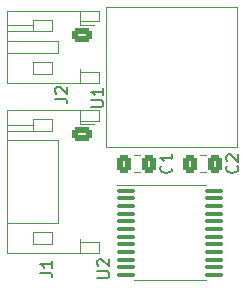
<source format=gbr>
%TF.GenerationSoftware,KiCad,Pcbnew,(6.0.1)*%
%TF.CreationDate,2022-07-01T15:08:56-07:00*%
%TF.ProjectId,mu100-dit,6d753130-302d-4646-9974-2e6b69636164,rev?*%
%TF.SameCoordinates,Original*%
%TF.FileFunction,Legend,Top*%
%TF.FilePolarity,Positive*%
%FSLAX46Y46*%
G04 Gerber Fmt 4.6, Leading zero omitted, Abs format (unit mm)*
G04 Created by KiCad (PCBNEW (6.0.1)) date 2022-07-01 15:08:56*
%MOMM*%
%LPD*%
G01*
G04 APERTURE LIST*
G04 Aperture macros list*
%AMRoundRect*
0 Rectangle with rounded corners*
0 $1 Rounding radius*
0 $2 $3 $4 $5 $6 $7 $8 $9 X,Y pos of 4 corners*
0 Add a 4 corners polygon primitive as box body*
4,1,4,$2,$3,$4,$5,$6,$7,$8,$9,$2,$3,0*
0 Add four circle primitives for the rounded corners*
1,1,$1+$1,$2,$3*
1,1,$1+$1,$4,$5*
1,1,$1+$1,$6,$7*
1,1,$1+$1,$8,$9*
0 Add four rect primitives between the rounded corners*
20,1,$1+$1,$2,$3,$4,$5,0*
20,1,$1+$1,$4,$5,$6,$7,0*
20,1,$1+$1,$6,$7,$8,$9,0*
20,1,$1+$1,$8,$9,$2,$3,0*%
G04 Aperture macros list end*
%ADD10C,0.150000*%
%ADD11C,0.120000*%
%ADD12C,0.050000*%
%ADD13RoundRect,0.100000X-0.637500X-0.100000X0.637500X-0.100000X0.637500X0.100000X-0.637500X0.100000X0*%
%ADD14C,3.200000*%
%ADD15C,1.524000*%
%ADD16RoundRect,0.250000X-0.625000X0.350000X-0.625000X-0.350000X0.625000X-0.350000X0.625000X0.350000X0*%
%ADD17O,1.750000X1.200000*%
%ADD18RoundRect,0.250000X-0.337500X-0.475000X0.337500X-0.475000X0.337500X0.475000X-0.337500X0.475000X0*%
%ADD19RoundRect,0.250000X0.337500X0.475000X-0.337500X0.475000X-0.337500X-0.475000X0.337500X-0.475000X0*%
%ADD20C,0.800000*%
G04 APERTURE END LIST*
D10*
%TO.C,U2*%
X49236380Y-116839904D02*
X50045904Y-116839904D01*
X50141142Y-116792285D01*
X50188761Y-116744666D01*
X50236380Y-116649428D01*
X50236380Y-116458952D01*
X50188761Y-116363714D01*
X50141142Y-116316095D01*
X50045904Y-116268476D01*
X49236380Y-116268476D01*
X49331619Y-115839904D02*
X49284000Y-115792285D01*
X49236380Y-115697047D01*
X49236380Y-115458952D01*
X49284000Y-115363714D01*
X49331619Y-115316095D01*
X49426857Y-115268476D01*
X49522095Y-115268476D01*
X49664952Y-115316095D01*
X50236380Y-115887523D01*
X50236380Y-115268476D01*
%TO.C,U1*%
X48728380Y-102361904D02*
X49537904Y-102361904D01*
X49633142Y-102314285D01*
X49680761Y-102266666D01*
X49728380Y-102171428D01*
X49728380Y-101980952D01*
X49680761Y-101885714D01*
X49633142Y-101838095D01*
X49537904Y-101790476D01*
X48728380Y-101790476D01*
X49728380Y-100790476D02*
X49728380Y-101361904D01*
X49728380Y-101076190D02*
X48728380Y-101076190D01*
X48871238Y-101171428D01*
X48966476Y-101266666D01*
X49014095Y-101361904D01*
%TO.C,J2*%
X45680380Y-101679333D02*
X46394666Y-101679333D01*
X46537523Y-101726952D01*
X46632761Y-101822190D01*
X46680380Y-101965047D01*
X46680380Y-102060285D01*
X45775619Y-101250761D02*
X45728000Y-101203142D01*
X45680380Y-101107904D01*
X45680380Y-100869809D01*
X45728000Y-100774571D01*
X45775619Y-100726952D01*
X45870857Y-100679333D01*
X45966095Y-100679333D01*
X46108952Y-100726952D01*
X46680380Y-101298380D01*
X46680380Y-100679333D01*
%TO.C,C2*%
X61063142Y-107354666D02*
X61110761Y-107402285D01*
X61158380Y-107545142D01*
X61158380Y-107640380D01*
X61110761Y-107783238D01*
X61015523Y-107878476D01*
X60920285Y-107926095D01*
X60729809Y-107973714D01*
X60586952Y-107973714D01*
X60396476Y-107926095D01*
X60301238Y-107878476D01*
X60206000Y-107783238D01*
X60158380Y-107640380D01*
X60158380Y-107545142D01*
X60206000Y-107402285D01*
X60253619Y-107354666D01*
X60253619Y-106973714D02*
X60206000Y-106926095D01*
X60158380Y-106830857D01*
X60158380Y-106592761D01*
X60206000Y-106497523D01*
X60253619Y-106449904D01*
X60348857Y-106402285D01*
X60444095Y-106402285D01*
X60586952Y-106449904D01*
X61158380Y-107021333D01*
X61158380Y-106402285D01*
%TO.C,J1*%
X44410380Y-116411333D02*
X45124666Y-116411333D01*
X45267523Y-116458952D01*
X45362761Y-116554190D01*
X45410380Y-116697047D01*
X45410380Y-116792285D01*
X45410380Y-115411333D02*
X45410380Y-115982761D01*
X45410380Y-115697047D02*
X44410380Y-115697047D01*
X44553238Y-115792285D01*
X44648476Y-115887523D01*
X44696095Y-115982761D01*
%TO.C,C1*%
X55475142Y-107354666D02*
X55522761Y-107402285D01*
X55570380Y-107545142D01*
X55570380Y-107640380D01*
X55522761Y-107783238D01*
X55427523Y-107878476D01*
X55332285Y-107926095D01*
X55141809Y-107973714D01*
X54998952Y-107973714D01*
X54808476Y-107926095D01*
X54713238Y-107878476D01*
X54618000Y-107783238D01*
X54570380Y-107640380D01*
X54570380Y-107545142D01*
X54618000Y-107402285D01*
X54665619Y-107354666D01*
X55570380Y-106402285D02*
X55570380Y-106973714D01*
X55570380Y-106688000D02*
X54570380Y-106688000D01*
X54713238Y-106783238D01*
X54808476Y-106878476D01*
X54856095Y-106973714D01*
D11*
%TO.C,U2*%
X55372000Y-117071427D02*
X52322000Y-117071427D01*
X55372000Y-117071427D02*
X58422000Y-117071427D01*
X55372000Y-109001427D02*
X58422000Y-109001427D01*
X55372000Y-109001427D02*
X50922000Y-109001427D01*
D12*
%TO.C,U1*%
X61050000Y-93950000D02*
X49950000Y-93950000D01*
X49950000Y-93950000D02*
X49950000Y-105750000D01*
X49950000Y-105750000D02*
X61050000Y-105750000D01*
X61050000Y-105750000D02*
X61050000Y-93950000D01*
D11*
%TO.C,J2*%
X43816000Y-98582000D02*
X45416000Y-98582000D01*
X45416000Y-98582000D02*
X45416000Y-99582000D01*
X49376000Y-95142000D02*
X49376000Y-94222000D01*
X45416000Y-94982000D02*
X43816000Y-94982000D01*
X47776000Y-94222000D02*
X47776000Y-95142000D01*
X49376000Y-99422000D02*
X47776000Y-99422000D01*
X49376000Y-94222000D02*
X41556000Y-94222000D01*
X41556000Y-96782000D02*
X45916000Y-96782000D01*
X45416000Y-95982000D02*
X45416000Y-94982000D01*
X47776000Y-95422000D02*
X48991000Y-95422000D01*
X43816000Y-95482000D02*
X41556000Y-95482000D01*
X45916000Y-96782000D02*
X45916000Y-97782000D01*
X41556000Y-100342000D02*
X49376000Y-100342000D01*
X47776000Y-100342000D02*
X47776000Y-99422000D01*
X45416000Y-99582000D02*
X43816000Y-99582000D01*
X41556000Y-94222000D02*
X41556000Y-100342000D01*
X49376000Y-100342000D02*
X49376000Y-99422000D01*
X45916000Y-97782000D02*
X41556000Y-97782000D01*
X43816000Y-99582000D02*
X43816000Y-98582000D01*
X43816000Y-95982000D02*
X45416000Y-95982000D01*
X47776000Y-95422000D02*
X47776000Y-95142000D01*
X47776000Y-99422000D02*
X47776000Y-99142000D01*
X43816000Y-94982000D02*
X43816000Y-95982000D01*
X47776000Y-95142000D02*
X49376000Y-95142000D01*
X43816000Y-95982000D02*
X41556000Y-95982000D01*
%TO.C,C2*%
X57904748Y-106453000D02*
X58427252Y-106453000D01*
X57904748Y-107923000D02*
X58427252Y-107923000D01*
%TO.C,J1*%
X45416000Y-113012000D02*
X45416000Y-114012000D01*
X45416000Y-103412000D02*
X43816000Y-103412000D01*
X45916000Y-112212000D02*
X41556000Y-112212000D01*
X45916000Y-105212000D02*
X45916000Y-112212000D01*
X47776000Y-103852000D02*
X47776000Y-103572000D01*
X49376000Y-114772000D02*
X49376000Y-113852000D01*
X49376000Y-103572000D02*
X49376000Y-102652000D01*
X43816000Y-113012000D02*
X45416000Y-113012000D01*
X43816000Y-103912000D02*
X41556000Y-103912000D01*
X43816000Y-114012000D02*
X43816000Y-113012000D01*
X47776000Y-102652000D02*
X47776000Y-103572000D01*
X47776000Y-114772000D02*
X47776000Y-113852000D01*
X49376000Y-102652000D02*
X41556000Y-102652000D01*
X43816000Y-103412000D02*
X43816000Y-104412000D01*
X45416000Y-104412000D02*
X45416000Y-103412000D01*
X41556000Y-102652000D02*
X41556000Y-114772000D01*
X47776000Y-113852000D02*
X47776000Y-113572000D01*
X43816000Y-104412000D02*
X41556000Y-104412000D01*
X41556000Y-114772000D02*
X49376000Y-114772000D01*
X47776000Y-103572000D02*
X49376000Y-103572000D01*
X45416000Y-114012000D02*
X43816000Y-114012000D01*
X41556000Y-105212000D02*
X45916000Y-105212000D01*
X43816000Y-104412000D02*
X45416000Y-104412000D01*
X47776000Y-103852000D02*
X48991000Y-103852000D01*
X49376000Y-113852000D02*
X47776000Y-113852000D01*
%TO.C,C1*%
X52839252Y-107923000D02*
X52316748Y-107923000D01*
X52839252Y-106453000D02*
X52316748Y-106453000D01*
%TD*%
%LPC*%
D13*
%TO.C,U2*%
X51659500Y-109461427D03*
X51659500Y-110111427D03*
X51659500Y-110761427D03*
X51659500Y-111411427D03*
X51659500Y-112061427D03*
X51659500Y-112711427D03*
X51659500Y-113361427D03*
X51659500Y-114011427D03*
X51659500Y-114661427D03*
X51659500Y-115311427D03*
X51659500Y-115961427D03*
X51659500Y-116611427D03*
X59084500Y-116611427D03*
X59084500Y-115961427D03*
X59084500Y-115311427D03*
X59084500Y-114661427D03*
X59084500Y-114011427D03*
X59084500Y-113361427D03*
X59084500Y-112711427D03*
X59084500Y-112061427D03*
X59084500Y-111411427D03*
X59084500Y-110761427D03*
X59084500Y-110111427D03*
X59084500Y-109461427D03*
%TD*%
D14*
%TO.C,U1*%
X56350000Y-103660000D03*
X56350000Y-96040000D03*
D15*
X52540000Y-97310000D03*
X52540000Y-99850000D03*
X52540000Y-102390000D03*
%TD*%
D16*
%TO.C,J2*%
X47916000Y-96282000D03*
D17*
X47916000Y-98282000D03*
%TD*%
D18*
%TO.C,C2*%
X57128500Y-107188000D03*
X59203500Y-107188000D03*
%TD*%
D16*
%TO.C,J1*%
X47916000Y-104712000D03*
D17*
X47916000Y-106712000D03*
X47916000Y-108712000D03*
X47916000Y-110712000D03*
X47916000Y-112712000D03*
%TD*%
D19*
%TO.C,C1*%
X53615500Y-107188000D03*
X51540500Y-107188000D03*
%TD*%
D20*
X55626000Y-107188000D03*
M02*

</source>
